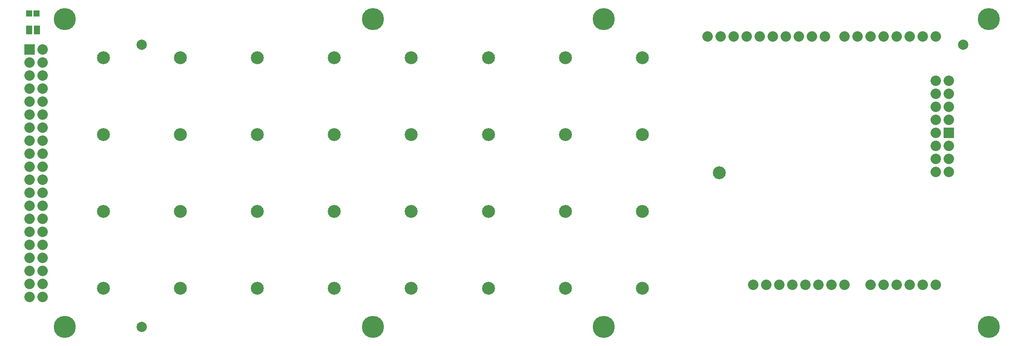
<source format=gts>
G04 #@! TF.GenerationSoftware,KiCad,Pcbnew,(2018-02-14 revision 6afdf1cf8)-makepkg*
G04 #@! TF.CreationDate,2018-02-15T17:48:32+13:00*
G04 #@! TF.ProjectId,patch-shield-analog,70617463682D736869656C642D616E61,rev?*
G04 #@! TF.SameCoordinates,Original*
G04 #@! TF.FileFunction,Soldermask,Top*
G04 #@! TF.FilePolarity,Negative*
%FSLAX46Y46*%
G04 Gerber Fmt 4.6, Leading zero omitted, Abs format (unit mm)*
G04 Created by KiCad (PCBNEW (2018-02-14 revision 6afdf1cf8)-makepkg) date 02/15/18 17:48:32*
%MOMM*%
%LPD*%
G01*
G04 APERTURE LIST*
%ADD10C,2.506980*%
%ADD11R,1.143000X1.651000*%
%ADD12R,2.032000X2.032000*%
%ADD13C,2.032000*%
%ADD14C,4.305300*%
%ADD15R,1.305560X1.305560*%
%ADD16C,2.001520*%
G04 APERTURE END LIST*
D10*
X159999680Y-89999820D03*
X159999680Y-59999880D03*
X145000980Y-59999880D03*
X129999740Y-59999880D03*
X115001040Y-59999880D03*
X99999800Y-59999880D03*
X85001100Y-59999880D03*
X69999860Y-59999880D03*
X55001160Y-59999880D03*
X55001160Y-105001060D03*
X145000980Y-89999820D03*
X129999740Y-89999820D03*
X115001040Y-89999820D03*
X99999800Y-89999820D03*
X85001100Y-89999820D03*
X69999860Y-89999820D03*
X55001160Y-89999820D03*
X55001160Y-75001120D03*
X175000920Y-82499200D03*
X159999680Y-75001120D03*
X145000980Y-75001120D03*
X129999740Y-75001120D03*
X115001040Y-75001120D03*
X99999800Y-75001120D03*
X85001100Y-75001120D03*
X69999860Y-75001120D03*
X159999680Y-105001060D03*
X145000980Y-105001060D03*
X129999740Y-105001060D03*
X115001040Y-105001060D03*
X99999800Y-105001060D03*
X85001100Y-105001060D03*
X69999860Y-105001060D03*
D11*
X40513000Y-54610000D03*
X42037000Y-54610000D03*
D12*
X40640000Y-58420000D03*
D13*
X43180000Y-58420000D03*
X40640000Y-71120000D03*
X43180000Y-60960000D03*
X40640000Y-73660000D03*
X43180000Y-63500000D03*
X40640000Y-76200000D03*
X43180000Y-66040000D03*
X40640000Y-78740000D03*
X43180000Y-68580000D03*
X40640000Y-81280000D03*
X43180000Y-71120000D03*
X40640000Y-83820000D03*
X43180000Y-73660000D03*
X40640000Y-86360000D03*
X43180000Y-76200000D03*
X40640000Y-88900000D03*
X43180000Y-78740000D03*
X40640000Y-91440000D03*
X43180000Y-81280000D03*
X40640000Y-93980000D03*
X43180000Y-83820000D03*
X40640000Y-96520000D03*
X43180000Y-86360000D03*
X43180000Y-88900000D03*
X40640000Y-99060000D03*
X43180000Y-91440000D03*
X43180000Y-96520000D03*
X43180000Y-99060000D03*
X43180000Y-101600000D03*
X43180000Y-104140000D03*
X40640000Y-101600000D03*
X40640000Y-104140000D03*
X40640000Y-60960000D03*
X40640000Y-63500000D03*
X40640000Y-66040000D03*
X40640000Y-68580000D03*
X40640000Y-106680000D03*
X43180000Y-106680000D03*
X43180000Y-93980000D03*
X181584600Y-104343200D03*
X184124600Y-104343200D03*
X186664600Y-104343200D03*
X189204600Y-104343200D03*
X191744600Y-104343200D03*
X194284600Y-104343200D03*
X196824600Y-104343200D03*
X199364600Y-104343200D03*
X204419200Y-104343200D03*
X206959200Y-104343200D03*
X209499200Y-104343200D03*
X212039200Y-104343200D03*
X214579200Y-104343200D03*
X217119200Y-104343200D03*
X217195400Y-77216000D03*
X217195400Y-79756000D03*
X217195400Y-82296000D03*
X219735400Y-82296000D03*
X219735400Y-79756000D03*
X219735400Y-77216000D03*
X217195400Y-55880000D03*
X214655400Y-55880000D03*
X212115400Y-55880000D03*
X209575400Y-55880000D03*
X207035400Y-55880000D03*
X204495400Y-55880000D03*
X201955400Y-55880000D03*
X199415400Y-55880000D03*
X195580000Y-55880000D03*
X193040000Y-55880000D03*
X190500000Y-55880000D03*
X187960000Y-55880000D03*
X185420000Y-55880000D03*
X182880000Y-55880000D03*
X180340000Y-55880000D03*
X177800000Y-55880000D03*
X175260000Y-55880000D03*
X172720000Y-55880000D03*
D12*
X219735400Y-74676000D03*
D13*
X217195400Y-74676000D03*
X219735400Y-72136000D03*
X217195400Y-72136000D03*
X219735400Y-69596000D03*
X217195400Y-69596000D03*
X219735400Y-67056000D03*
X217195400Y-67056000D03*
X219735400Y-64516000D03*
X217195400Y-64516000D03*
D14*
X47500540Y-52499260D03*
X47500540Y-112499140D03*
X152499060Y-52499260D03*
X152499060Y-112499140D03*
X227500180Y-52499260D03*
X227500180Y-112499140D03*
X107500420Y-52499260D03*
X107500420Y-112499140D03*
D15*
X42024300Y-51435000D03*
X40525700Y-51435000D03*
D16*
X62499240Y-112499140D03*
X62499240Y-57500520D03*
X222498920Y-57500520D03*
M02*

</source>
